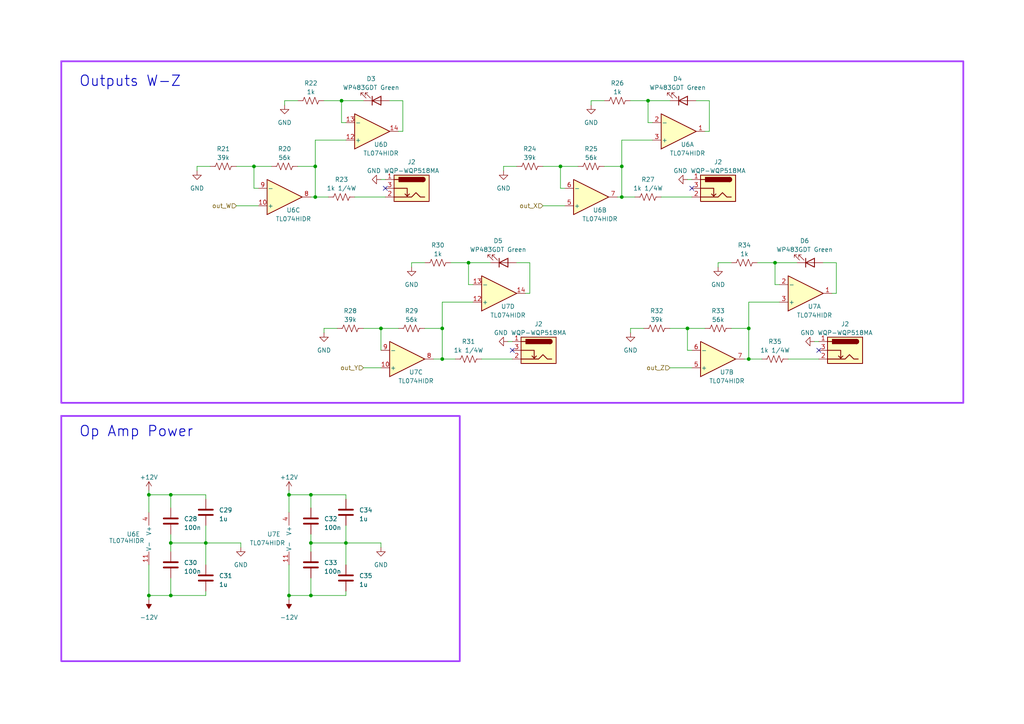
<source format=kicad_sch>
(kicad_sch (version 20230121) (generator eeschema)
  (paper "A4")
  (lib_symbols
    (symbol "Amplifier_Operational:TL074" (pin_names (offset 0.127))
      (property "Reference" "U" (at 0 5.08 0))
      (property "Value" "TL074" (at 0 -5.08 0))
      (symbol "TL074_1_1"
        (polyline (pts (xy -5.08 5.08) (xy 5.08 0) (xy -5.08 -5.08) (xy -5.08 5.08)) (stroke (width 0.254)) (fill (type background)))
        (pin output line (at 7.62 0 180) (length 2.54) (name "~") (number "1"))
        (pin input line (at -7.62 -2.54 0) (length 2.54) (name "-") (number "2"))
        (pin input line (at -7.62 2.54 0) (length 2.54) (name "+") (number "3"))
      )
      (symbol "TL074_2_1"
        (polyline (pts (xy -5.08 5.08) (xy 5.08 0) (xy -5.08 -5.08) (xy -5.08 5.08)) (stroke (width 0.254)) (fill (type background)))
        (pin input line (at -7.62 2.54 0) (length 2.54) (name "+") (number "5"))
        (pin input line (at -7.62 -2.54 0) (length 2.54) (name "-") (number "6"))
        (pin output line (at 7.62 0 180) (length 2.54) (name "~") (number "7"))
      )
      (symbol "TL074_3_1"
        (polyline (pts (xy -5.08 5.08) (xy 5.08 0) (xy -5.08 -5.08) (xy -5.08 5.08)) (stroke (width 0.254)) (fill (type background)))
        (pin input line (at -7.62 2.54 0) (length 2.54) (name "+") (number "10"))
        (pin output line (at 7.62 0 180) (length 2.54) (name "~") (number "8"))
        (pin input line (at -7.62 -2.54 0) (length 2.54) (name "-") (number "9"))
      )
      (symbol "TL074_4_1"
        (polyline (pts (xy -5.08 5.08) (xy 5.08 0) (xy -5.08 -5.08) (xy -5.08 5.08)) (stroke (width 0.254)) (fill (type background)))
        (pin input line (at -7.62 2.54 0) (length 2.54) (name "+") (number "12"))
        (pin input line (at -7.62 -2.54 0) (length 2.54) (name "-") (number "13"))
        (pin output line (at 7.62 0 180) (length 2.54) (name "~") (number "14"))
      )
      (symbol "TL074_5_1"
        (pin power_in line (at -2.54 -7.62 90) (length 3.81) (name "V-") (number "11"))
        (pin power_in line (at -2.54 7.62 270) (length 3.81) (name "V+") (number "4"))
      )
    )
    (symbol "Connector:Barrel_Jack_Switch" (pin_names hide)
      (property "Reference" "J" (at 0 5.334 0))
      (property "Value" "Barrel_Jack_Switch" (at 0 -5.08 0))
      (symbol "Barrel_Jack_Switch_0_1"
        (rectangle (start -5.08 3.81) (end 5.08 -3.81) (stroke (width 0.254)) (fill (type background)))
        (arc (start -3.302 3.175) (mid -3.9343 2.54) (end -3.302 1.905) (stroke (width 0.254)))
        (arc (start -3.302 3.175) (mid -3.9343 2.54) (end -3.302 1.905) (stroke (width 0.254)) (fill (type outline)))
        (polyline (pts (xy 1.27 -2.286) (xy 1.905 -1.651)) (stroke (width 0.254)))
        (polyline (pts (xy 5.08 2.54) (xy 3.81 2.54)) (stroke (width 0.254)))
        (polyline (pts (xy 5.08 0) (xy 1.27 0) (xy 1.27 -2.286) (xy 0.635 -1.651)) (stroke (width 0.254)))
        (polyline (pts (xy -3.81 -2.54) (xy -2.54 -2.54) (xy -1.27 -1.27) (xy 0 -2.54) (xy 2.54 -2.54) (xy 5.08 -2.54)) (stroke (width 0.254)))
        (rectangle (start 3.683 3.175) (end -3.302 1.905) (stroke (width 0.254)) (fill (type outline)))
      )
      (symbol "Barrel_Jack_Switch_1_1"
        (pin passive line (at 7.62 2.54 180) (length 2.54) (name "~") (number "1"))
        (pin passive line (at 7.62 -2.54 180) (length 2.54) (name "~") (number "2"))
        (pin passive line (at 7.62 0 180) (length 2.54) (name "~") (number "3"))
      )
    )
    (symbol "Device:C" (pin_numbers hide) (pin_names (offset 0.254))
      (property "Reference" "C" (at 0.635 2.54 0))
      (property "Value" "C" (at 0.635 -2.54 0))
      (symbol "C_0_1"
        (polyline (pts (xy -2.032 -0.762) (xy 2.032 -0.762)) (stroke (width 0.508)))
        (polyline (pts (xy -2.032 0.762) (xy 2.032 0.762)) (stroke (width 0.508)))
      )
      (symbol "C_1_1"
        (pin passive line (at 0 3.81 270) (length 2.794) (name "~") (number "1"))
        (pin passive line (at 0 -3.81 90) (length 2.794) (name "~") (number "2"))
      )
    )
    (symbol "Device:LED" (pin_numbers hide) (pin_names (offset 1.016) hide)
      (property "Reference" "D" (at 0 2.54 0))
      (property "Value" "LED" (at 0 -2.54 0))
      (symbol "LED_0_1"
        (polyline (pts (xy -1.27 -1.27) (xy -1.27 1.27)) (stroke (width 0.254)))
        (polyline (pts (xy -1.27 0) (xy 1.27 0)))
        (polyline (pts (xy 1.27 -1.27) (xy 1.27 1.27) (xy -1.27 0) (xy 1.27 -1.27)) (stroke (width 0.254)))
        (polyline (pts (xy -3.048 -0.762) (xy -4.572 -2.286) (xy -3.81 -2.286) (xy -4.572 -2.286) (xy -4.572 -1.524)))
        (polyline (pts (xy -1.778 -0.762) (xy -3.302 -2.286) (xy -2.54 -2.286) (xy -3.302 -2.286) (xy -3.302 -1.524)))
      )
      (symbol "LED_1_1"
        (pin passive line (at -3.81 0 0) (length 2.54) (name "K") (number "1"))
        (pin passive line (at 3.81 0 180) (length 2.54) (name "A") (number "2"))
      )
    )
    (symbol "Device:R_US" (pin_numbers hide) (pin_names (offset 0))
      (property "Reference" "R" (at 2.54 0 90))
      (property "Value" "R_US" (at -2.54 0 90))
      (symbol "R_US_0_1"
        (polyline (pts (xy 0 -2.286) (xy 0 -2.54)))
        (polyline (pts (xy 0 2.286) (xy 0 2.54)))
        (polyline (pts (xy 0 -0.762) (xy 1.016 -1.143) (xy 0 -1.524) (xy -1.016 -1.905) (xy 0 -2.286)))
        (polyline (pts (xy 0 0.762) (xy 1.016 0.381) (xy 0 0) (xy -1.016 -0.381) (xy 0 -0.762)))
        (polyline (pts (xy 0 2.286) (xy 1.016 1.905) (xy 0 1.524) (xy -1.016 1.143) (xy 0 0.762)))
      )
      (symbol "R_US_1_1"
        (pin passive line (at 0 3.81 270) (length 1.27) (name "~") (number "1"))
        (pin passive line (at 0 -3.81 90) (length 1.27) (name "~") (number "2"))
      )
    )
    (symbol "power:+12V" (power) (pin_names (offset 0))
      (property "Value" "+12V" (at 0 3.556 0))
      (symbol "+12V_0_1"
        (polyline (pts (xy -0.762 1.27) (xy 0 2.54)))
        (polyline (pts (xy 0 0) (xy 0 2.54)))
        (polyline (pts (xy 0 2.54) (xy 0.762 1.27)))
      )
      (symbol "+12V_1_1"
        (pin power_in line (at 0 0 90) (length 0) hide (name "+12V") (number "1"))
      )
    )
    (symbol "power:-12V" (power) (pin_names (offset 0))
      (property "Value" "-12V" (at 0 3.81 0))
      (symbol "-12V_0_0"
        (pin power_in line (at 0 0 90) (length 0) hide (name "-12V") (number "1"))
      )
      (symbol "-12V_0_1"
        (polyline (pts (xy 0 0) (xy 0 1.27) (xy 0.762 1.27) (xy 0 2.54) (xy -0.762 1.27) (xy 0 1.27)) (fill (type outline)))
      )
    )
    (symbol "power:GND" (power) (pin_names (offset 0))
      (property "Value" "GND" (at 0 -3.81 0))
      (symbol "GND_0_1"
        (polyline (pts (xy 0 0) (xy 0 -1.27) (xy 1.27 -1.27) (xy 0 -2.54) (xy -1.27 -1.27) (xy 0 -1.27)))
      )
      (symbol "GND_1_1"
        (pin power_in line (at 0 0 270) (length 0) hide (name "GND") (number "1"))
      )
    )
  )
  (junction (at 43.18 143.51))
  (junction (at 180.34 48.26))
  (junction (at 43.18 172.72))
  (junction (at 99.06 29.21))
  (junction (at 73.66 48.26))
  (junction (at 217.17 104.14))
  (junction (at 162.56 48.26))
  (junction (at 187.96 29.21))
  (junction (at 59.69 157.48))
  (junction (at 90.17 143.51))
  (junction (at 83.82 172.72))
  (junction (at 135.89 76.2))
  (junction (at 100.33 157.48))
  (junction (at 90.17 157.48))
  (junction (at 199.39 95.25))
  (junction (at 49.53 172.72))
  (junction (at 110.49 95.25))
  (junction (at 91.44 48.26))
  (junction (at 49.53 143.51))
  (junction (at 217.17 95.25))
  (junction (at 224.79 76.2))
  (junction (at 91.44 57.15))
  (junction (at 128.27 95.25))
  (junction (at 180.34 57.15))
  (junction (at 49.53 157.48))
  (junction (at 128.27 104.14))
  (junction (at 90.17 172.72))
  (junction (at 83.82 143.51))
  (no_connect (at 237.49 101.6))
  (no_connect (at 148.59 101.6))
  (no_connect (at 111.76 54.61))
  (no_connect (at 200.66 54.61))
  (wire (pts (xy 242.57 76.2) (xy 238.76 76.2)))
  (wire (pts (xy 199.39 95.25) (xy 204.47 95.25)))
  (wire (pts (xy 217.17 87.63) (xy 217.17 95.25)))
  (wire (pts (xy 93.98 96.52) (xy 93.98 95.25)))
  (wire (pts (xy 91.44 57.15) (xy 95.25 57.15)))
  (wire (pts (xy 157.48 59.69) (xy 163.83 59.69)))
  (wire (pts (xy 194.31 106.68) (xy 200.66 106.68)))
  (wire (pts (xy 204.47 38.1) (xy 205.74 38.1)))
  (wire (pts (xy 100.33 143.51) (xy 100.33 144.78)))
  (wire (pts (xy 102.87 57.15) (xy 111.76 57.15)))
  (wire (pts (xy 182.88 29.21) (xy 187.96 29.21)))
  (wire (pts (xy 105.41 29.21) (xy 99.06 29.21)))
  (wire (pts (xy 187.96 35.56) (xy 189.23 35.56)))
  (wire (pts (xy 187.96 29.21) (xy 187.96 35.56)))
  (wire (pts (xy 147.32 99.06) (xy 148.59 99.06)))
  (wire (pts (xy 49.53 157.48) (xy 49.53 160.02)))
  (wire (pts (xy 90.17 143.51) (xy 83.82 143.51)))
  (wire (pts (xy 200.66 101.6) (xy 199.39 101.6)))
  (wire (pts (xy 105.41 95.25) (xy 110.49 95.25)))
  (wire (pts (xy 171.45 30.48) (xy 171.45 29.21)))
  (wire (pts (xy 93.98 29.21) (xy 99.06 29.21)))
  (wire (pts (xy 236.22 99.06) (xy 237.49 99.06)))
  (wire (pts (xy 217.17 104.14) (xy 220.98 104.14)))
  (wire (pts (xy 68.58 48.26) (xy 73.66 48.26)))
  (wire (pts (xy 128.27 95.25) (xy 128.27 104.14)))
  (wire (pts (xy 90.17 143.51) (xy 90.17 147.32)))
  (wire (pts (xy 116.84 38.1) (xy 116.84 29.21)))
  (wire (pts (xy 105.41 106.68) (xy 110.49 106.68)))
  (wire (pts (xy 74.93 54.61) (xy 73.66 54.61)))
  (wire (pts (xy 217.17 104.14) (xy 215.9 104.14)))
  (wire (pts (xy 99.06 29.21) (xy 99.06 35.56)))
  (wire (pts (xy 86.36 48.26) (xy 91.44 48.26)))
  (wire (pts (xy 99.06 35.56) (xy 100.33 35.56)))
  (wire (pts (xy 212.09 95.25) (xy 217.17 95.25)))
  (wire (pts (xy 217.17 95.25) (xy 217.17 104.14)))
  (wire (pts (xy 189.23 40.64) (xy 180.34 40.64)))
  (wire (pts (xy 91.44 40.64) (xy 91.44 48.26)))
  (wire (pts (xy 135.89 76.2) (xy 135.89 82.55)))
  (wire (pts (xy 83.82 172.72) (xy 83.82 173.99)))
  (wire (pts (xy 83.82 143.51) (xy 83.82 148.59)))
  (wire (pts (xy 123.19 95.25) (xy 128.27 95.25)))
  (wire (pts (xy 171.45 29.21) (xy 175.26 29.21)))
  (wire (pts (xy 146.05 49.53) (xy 146.05 48.26)))
  (wire (pts (xy 180.34 40.64) (xy 180.34 48.26)))
  (wire (pts (xy 119.38 76.2) (xy 123.19 76.2)))
  (wire (pts (xy 152.4 85.09) (xy 153.67 85.09)))
  (wire (pts (xy 142.24 76.2) (xy 135.89 76.2)))
  (wire (pts (xy 91.44 57.15) (xy 90.17 57.15)))
  (wire (pts (xy 128.27 104.14) (xy 132.08 104.14)))
  (wire (pts (xy 82.55 29.21) (xy 86.36 29.21)))
  (wire (pts (xy 199.39 101.6) (xy 199.39 95.25)))
  (wire (pts (xy 205.74 29.21) (xy 201.93 29.21)))
  (wire (pts (xy 241.3 85.09) (xy 242.57 85.09)))
  (wire (pts (xy 153.67 85.09) (xy 153.67 76.2)))
  (wire (pts (xy 93.98 95.25) (xy 97.79 95.25)))
  (wire (pts (xy 43.18 143.51) (xy 43.18 148.59)))
  (wire (pts (xy 128.27 87.63) (xy 128.27 95.25)))
  (wire (pts (xy 57.15 48.26) (xy 60.96 48.26)))
  (wire (pts (xy 224.79 82.55) (xy 226.06 82.55)))
  (wire (pts (xy 191.77 57.15) (xy 200.66 57.15)))
  (wire (pts (xy 49.53 172.72) (xy 43.18 172.72)))
  (wire (pts (xy 208.28 77.47) (xy 208.28 76.2)))
  (wire (pts (xy 224.79 76.2) (xy 224.79 82.55)))
  (wire (pts (xy 226.06 87.63) (xy 217.17 87.63)))
  (wire (pts (xy 119.38 77.47) (xy 119.38 76.2)))
  (wire (pts (xy 180.34 57.15) (xy 179.07 57.15)))
  (wire (pts (xy 43.18 142.24) (xy 43.18 143.51)))
  (wire (pts (xy 59.69 172.72) (xy 49.53 172.72)))
  (wire (pts (xy 157.48 48.26) (xy 162.56 48.26)))
  (wire (pts (xy 194.31 95.25) (xy 199.39 95.25)))
  (wire (pts (xy 43.18 172.72) (xy 43.18 173.99)))
  (wire (pts (xy 43.18 163.83) (xy 43.18 172.72)))
  (wire (pts (xy 175.26 48.26) (xy 180.34 48.26)))
  (wire (pts (xy 115.57 38.1) (xy 116.84 38.1)))
  (wire (pts (xy 110.49 101.6) (xy 110.49 95.25)))
  (wire (pts (xy 73.66 48.26) (xy 78.74 48.26)))
  (wire (pts (xy 59.69 143.51) (xy 59.69 144.78)))
  (wire (pts (xy 130.81 76.2) (xy 135.89 76.2)))
  (wire (pts (xy 100.33 157.48) (xy 90.17 157.48)))
  (wire (pts (xy 180.34 57.15) (xy 184.15 57.15)))
  (wire (pts (xy 90.17 167.64) (xy 90.17 172.72)))
  (wire (pts (xy 73.66 54.61) (xy 73.66 48.26)))
  (wire (pts (xy 49.53 143.51) (xy 49.53 147.32)))
  (wire (pts (xy 135.89 82.55) (xy 137.16 82.55)))
  (wire (pts (xy 199.39 52.07) (xy 200.66 52.07)))
  (wire (pts (xy 82.55 30.48) (xy 82.55 29.21)))
  (wire (pts (xy 128.27 104.14) (xy 125.73 104.14)))
  (wire (pts (xy 163.83 54.61) (xy 162.56 54.61)))
  (wire (pts (xy 90.17 157.48) (xy 90.17 160.02)))
  (wire (pts (xy 110.49 157.48) (xy 100.33 157.48)))
  (wire (pts (xy 180.34 48.26) (xy 180.34 57.15)))
  (wire (pts (xy 100.33 143.51) (xy 90.17 143.51)))
  (wire (pts (xy 242.57 85.09) (xy 242.57 76.2)))
  (wire (pts (xy 110.49 95.25) (xy 115.57 95.25)))
  (wire (pts (xy 162.56 48.26) (xy 167.64 48.26)))
  (wire (pts (xy 205.74 38.1) (xy 205.74 29.21)))
  (wire (pts (xy 162.56 54.61) (xy 162.56 48.26)))
  (wire (pts (xy 100.33 171.45) (xy 100.33 172.72)))
  (wire (pts (xy 59.69 157.48) (xy 49.53 157.48)))
  (wire (pts (xy 100.33 40.64) (xy 91.44 40.64)))
  (wire (pts (xy 69.85 158.75) (xy 69.85 157.48)))
  (wire (pts (xy 110.49 158.75) (xy 110.49 157.48)))
  (wire (pts (xy 91.44 48.26) (xy 91.44 57.15)))
  (wire (pts (xy 68.58 59.69) (xy 74.93 59.69)))
  (wire (pts (xy 59.69 157.48) (xy 59.69 163.83)))
  (wire (pts (xy 59.69 143.51) (xy 49.53 143.51)))
  (wire (pts (xy 137.16 87.63) (xy 128.27 87.63)))
  (wire (pts (xy 208.28 76.2) (xy 212.09 76.2)))
  (wire (pts (xy 182.88 95.25) (xy 186.69 95.25)))
  (wire (pts (xy 139.7 104.14) (xy 148.59 104.14)))
  (wire (pts (xy 116.84 29.21) (xy 113.03 29.21)))
  (wire (pts (xy 231.14 76.2) (xy 224.79 76.2)))
  (wire (pts (xy 90.17 154.94) (xy 90.17 157.48)))
  (wire (pts (xy 100.33 157.48) (xy 100.33 163.83)))
  (wire (pts (xy 59.69 152.4) (xy 59.69 157.48)))
  (wire (pts (xy 100.33 152.4) (xy 100.33 157.48)))
  (wire (pts (xy 182.88 96.52) (xy 182.88 95.25)))
  (wire (pts (xy 153.67 76.2) (xy 149.86 76.2)))
  (wire (pts (xy 49.53 143.51) (xy 43.18 143.51)))
  (wire (pts (xy 59.69 171.45) (xy 59.69 172.72)))
  (wire (pts (xy 228.6 104.14) (xy 237.49 104.14)))
  (wire (pts (xy 90.17 172.72) (xy 83.82 172.72)))
  (wire (pts (xy 110.49 52.07) (xy 111.76 52.07)))
  (wire (pts (xy 194.31 29.21) (xy 187.96 29.21)))
  (wire (pts (xy 49.53 154.94) (xy 49.53 157.48)))
  (wire (pts (xy 69.85 157.48) (xy 59.69 157.48)))
  (wire (pts (xy 83.82 163.83) (xy 83.82 172.72)))
  (wire (pts (xy 49.53 167.64) (xy 49.53 172.72)))
  (wire (pts (xy 219.71 76.2) (xy 224.79 76.2)))
  (wire (pts (xy 57.15 49.53) (xy 57.15 48.26)))
  (wire (pts (xy 146.05 48.26) (xy 149.86 48.26)))
  (wire (pts (xy 100.33 172.72) (xy 90.17 172.72)))
  (wire (pts (xy 83.82 142.24) (xy 83.82 143.51)))
  (rectangle (start 17.78 120.65) (end 133.35 191.77) (stroke (width 0.5) (color 160 58 255 1)))
  (rectangle (start 17.78 17.78) (end 279.4 116.84) (stroke (width 0.5) (color 160 58 255 1)))
  (text "Op Amp Power" (at 22.86 127 0) (effects (font (size 3 3) (thickness 0.254) bold) (justify left bottom)))
  (text "Outputs W-Z" (at 22.86 25.4 0) (effects (font (size 3 3) (thickness 0.254) bold) (justify left bottom)))
  (hierarchical_label "out_X" (shape input) (at 157.48 59.69 180))
  (hierarchical_label "out_Y" (shape input) (at 105.41 106.68 180))
  (hierarchical_label "out_Z" (shape input) (at 194.31 106.68 180))
  (hierarchical_label "out_W" (shape input) (at 68.58 59.69 180))
  (symbol (lib_id "Connector:Barrel_Jack_Switch") (at 119.38 54.61 0) (mirror y) (unit 1)
    (property "Reference" "J2" (at 119.38 46.99 0))
    (property "Value" "WQP-WQP518MA" (at 119.38 49.53 0))
    (property "Footprint" "GateDrFootprintLibrary:AudioJack_WQP518MA" (effects hide))
    (instances (project "gateDr_mainboard" (path "" (reference "J2") (unit 1)) (path "" (reference "J8") (unit 1))))
  )
  (symbol (lib_id "Amplifier_Operational:TL074") (at 196.85 38.1 0) (mirror x) (unit 1)
    (property "Reference" "U6" (at 199.39 41.91 0))
    (property "Value" "TL074HIDR" (at 199.39 44.45 0))
    (property "Footprint" "Package_SO:SOIC-14_3.9x8.7mm_P1.27mm" (effects hide))
    (property "Datasheet" "http://www.ti.com/lit/ds/symlink/tl071.pdf" (effects hide))
  )
  (symbol (lib_id "Amplifier_Operational:TL074") (at 82.55 57.15 0) (mirror x) (unit 3)
    (property "Reference" "U6" (at 85.09 60.96 0))
    (property "Value" "TL074HIDR" (at 85.09 63.5 0))
    (property "Footprint" "Package_SO:SOIC-14_3.9x8.7mm_P1.27mm" (effects hide))
    (property "Datasheet" "http://www.ti.com/lit/ds/symlink/tl071.pdf" (effects hide))
  )
  (symbol (lib_id "power:GND") (at 93.98 96.52 0) (unit 1)
    (property "Reference" "#PWR044" (effects hide))
    (property "Value" "GND" (at 93.98 101.6 0))
  )
  (symbol (lib_id "power:GND") (at 236.22 99.06 270) (unit 1)
    (property "Reference" "#PWR049" (effects hide))
    (property "Value" "GND" (at 236.22 96.52 90) (effects (justify right)))
  )
  (symbol (lib_id "Device:R_US") (at 153.67 48.26 90) (unit 1)
    (property "Reference" "R24" (at 153.67 43.18 90))
    (property "Value" "39k" (at 153.67 45.72 90))
    (property "Footprint" "Resistor_SMD:R_0402_1005Metric" (effects hide))
    (property "Mouser Part No." "CRCW040239K0FKED" (effects hide))
  )
  (symbol (lib_id "power:+12V") (at 83.82 142.24 0) (unit 1)
    (property "Reference" "#PWR053" (effects hide))
    (property "Value" "+12V" (at 83.82 138.43 0))
  )
  (symbol (lib_id "Device:R_US") (at 179.07 29.21 90) (unit 1)
    (property "Reference" "R26" (at 179.07 24.13 90))
    (property "Value" "1k" (at 179.07 26.67 90))
    (property "Footprint" "Resistor_SMD:R_0402_1005Metric" (effects hide))
    (property "Mouser Part No." "CRCW04021K00FKED" (effects hide))
  )
  (symbol (lib_id "Amplifier_Operational:TL074") (at 144.78 85.09 0) (mirror x) (unit 4)
    (property "Reference" "U7" (at 147.32 88.9 0))
    (property "Value" "TL074HIDR" (at 147.32 91.44 0))
    (property "Footprint" "Package_SO:SOIC-14_3.9x8.7mm_P1.27mm" (effects hide))
    (property "Datasheet" "http://www.ti.com/lit/ds/symlink/tl071.pdf" (effects hide))
  )
  (symbol (lib_id "power:GND") (at 147.32 99.06 270) (unit 1)
    (property "Reference" "#PWR046" (effects hide))
    (property "Value" "GND" (at 147.32 96.52 90) (effects (justify right)))
  )
  (symbol (lib_id "Device:LED") (at 198.12 29.21 0) (mirror x) (unit 1)
    (property "Reference" "D4" (at 196.5325 22.86 0))
    (property "Value" "WP483GDT Green" (at 196.5325 25.4 0))
    (property "Footprint" "LED_THT:LED_D5.0mm_FlatTop" (effects hide))
  )
  (symbol (lib_id "Amplifier_Operational:TL074") (at 233.68 85.09 0) (mirror x) (unit 1)
    (property "Reference" "U7" (at 236.22 88.9 0))
    (property "Value" "TL074HIDR" (at 236.22 91.44 0))
    (property "Footprint" "Package_SO:SOIC-14_3.9x8.7mm_P1.27mm" (effects hide))
    (property "Datasheet" "http://www.ti.com/lit/ds/symlink/tl071.pdf" (effects hide))
  )
  (symbol (lib_id "Amplifier_Operational:TL074") (at 208.28 104.14 0) (mirror x) (unit 2)
    (property "Reference" "U7" (at 210.82 107.95 0))
    (property "Value" "TL074HIDR" (at 210.82 110.49 0))
    (property "Footprint" "Package_SO:SOIC-14_3.9x8.7mm_P1.27mm" (effects hide))
    (property "Datasheet" "http://www.ti.com/lit/ds/symlink/tl071.pdf" (effects hide))
  )
  (symbol (lib_id "Device:LED") (at 146.05 76.2 0) (mirror x) (unit 1)
    (property "Reference" "D5" (at 144.4625 69.85 0))
    (property "Value" "WP483GDT Green" (at 144.4625 72.39 0))
    (property "Footprint" "LED_THT:LED_D5.0mm_FlatTop" (effects hide))
  )
  (symbol (lib_id "Device:R_US") (at 82.55 48.26 90) (unit 1)
    (property "Reference" "R20" (at 82.55 43.18 90))
    (property "Value" "56k" (at 82.55 45.72 90))
    (property "Footprint" "Resistor_SMD:R_0402_1005Metric" (effects hide))
    (property "Mouser Part No." "CRCW040256K0FKED" (effects hide))
  )
  (symbol (lib_id "Device:R_US") (at 64.77 48.26 90) (unit 1)
    (property "Reference" "R21" (at 64.77 43.18 90))
    (property "Value" "39k" (at 64.77 45.72 90))
    (property "Footprint" "Resistor_SMD:R_0402_1005Metric" (effects hide))
    (property "Mouser Part No." "CRCW040239K0FKED" (effects hide))
  )
  (symbol (lib_id "Device:R_US") (at 208.28 95.25 90) (unit 1)
    (property "Reference" "R33" (at 208.28 90.17 90))
    (property "Value" "56k" (at 208.28 92.71 90))
    (property "Footprint" "Resistor_SMD:R_0402_1005Metric" (effects hide))
    (property "Mouser Part No." "CRCW040256K0FKED" (effects hide))
  )
  (symbol (lib_id "Amplifier_Operational:TL074") (at 45.72 156.21 0) (unit 5)
    (property "Reference" "U6" (at 40.64 154.94 0) (effects (justify right)))
    (property "Value" "TL074HIDR" (at 41.91 156.845 0) (effects (justify right)))
    (property "Footprint" "Package_SO:SOIC-14_3.9x8.7mm_P1.27mm" (effects hide))
    (property "Datasheet" "http://www.ti.com/lit/ds/symlink/tl071.pdf" (effects hide))
  )
  (symbol (lib_id "Device:R_US") (at 190.5 95.25 90) (unit 1)
    (property "Reference" "R32" (at 190.5 90.17 90))
    (property "Value" "39k" (at 190.5 92.71 90))
    (property "Footprint" "Resistor_SMD:R_0402_1005Metric" (effects hide))
    (property "Mouser Part No." "CRCW040239K0FKED" (effects hide))
  )
  (symbol (lib_id "power:GND") (at 146.05 49.53 0) (unit 1)
    (property "Reference" "#PWR041" (effects hide))
    (property "Value" "GND" (at 146.05 54.61 0))
  )
  (symbol (lib_id "power:GND") (at 208.28 77.47 0) (unit 1)
    (property "Reference" "#PWR048" (effects hide))
    (property "Value" "GND" (at 208.28 82.55 0))
  )
  (symbol (lib_id "power:+12V") (at 43.18 142.24 0) (unit 1)
    (property "Reference" "#PWR051" (effects hide))
    (property "Value" "+12V" (at 43.18 138.43 0))
  )
  (symbol (lib_id "Device:R_US") (at 99.06 57.15 90) (unit 1)
    (property "Reference" "R23" (at 99.06 52.07 90))
    (property "Value" "1k 1/4W" (at 99.06 54.61 90))
    (property "Footprint" "Resistor_SMD:R_0805_2012Metric" (effects hide))
    (property "Mouser Part No." "RCC08051K00FKEA" (effects hide))
  )
  (symbol (lib_id "Device:R_US") (at 224.79 104.14 90) (unit 1)
    (property "Reference" "R35" (at 224.79 99.06 90))
    (property "Value" "1k 1/4W" (at 224.79 101.6 90))
    (property "Footprint" "Resistor_SMD:R_0805_2012Metric" (effects hide))
    (property "Mouser Part No." "RCC08051K00FKEA" (effects hide))
  )
  (symbol (lib_id "Device:R_US") (at 101.6 95.25 90) (unit 1)
    (property "Reference" "R28" (at 101.6 90.17 90))
    (property "Value" "39k" (at 101.6 92.71 90))
    (property "Footprint" "Resistor_SMD:R_0402_1005Metric" (effects hide))
    (property "Mouser Part No." "CRCW040239K0FKED" (effects hide))
  )
  (symbol (lib_id "Device:C") (at 100.33 148.59 0) (unit 1)
    (property "Reference" "C34" (at 104.14 147.955 0) (effects (justify left)))
    (property "Value" "1u" (at 104.14 150.495 0) (effects (justify left)))
    (property "Footprint" "Capacitor_SMD:C_0603_1608Metric" (effects hide))
    (property "Mouser Part No." "GCM188R71E105KA64D" (effects hide))
  )
  (symbol (lib_id "power:GND") (at 82.55 30.48 0) (unit 1)
    (property "Reference" "#PWR038" (effects hide))
    (property "Value" "GND" (at 82.55 35.56 0))
  )
  (symbol (lib_id "Amplifier_Operational:TL074") (at 107.95 38.1 0) (mirror x) (unit 4)
    (property "Reference" "U6" (at 110.49 41.91 0))
    (property "Value" "TL074HIDR" (at 110.49 44.45 0))
    (property "Footprint" "Package_SO:SOIC-14_3.9x8.7mm_P1.27mm" (effects hide))
    (property "Datasheet" "http://www.ti.com/lit/ds/symlink/tl071.pdf" (effects hide))
  )
  (symbol (lib_id "power:GND") (at 119.38 77.47 0) (unit 1)
    (property "Reference" "#PWR045" (effects hide))
    (property "Value" "GND" (at 119.38 82.55 0))
  )
  (symbol (lib_id "Amplifier_Operational:TL074") (at 171.45 57.15 0) (mirror x) (unit 2)
    (property "Reference" "U6" (at 173.99 60.96 0))
    (property "Value" "TL074HIDR" (at 173.99 63.5 0))
    (property "Footprint" "Package_SO:SOIC-14_3.9x8.7mm_P1.27mm" (effects hide))
    (property "Datasheet" "http://www.ti.com/lit/ds/symlink/tl071.pdf" (effects hide))
  )
  (symbol (lib_id "Device:C") (at 49.53 163.83 0) (unit 1)
    (property "Reference" "C30" (at 53.34 163.195 0) (effects (justify left)))
    (property "Value" "100n" (at 53.34 165.735 0) (effects (justify left)))
    (property "Footprint" "Capacitor_SMD:C_0402_1005Metric" (effects hide))
    (property "Mouser Part No." "GRM155R71H104KE14J " (effects hide))
  )
  (symbol (lib_id "Device:C") (at 59.69 148.59 0) (unit 1)
    (property "Reference" "C29" (at 63.5 147.955 0) (effects (justify left)))
    (property "Value" "1u" (at 63.5 150.495 0) (effects (justify left)))
    (property "Footprint" "Capacitor_SMD:C_0603_1608Metric" (effects hide))
    (property "Mouser Part No." "GCM188R71E105KA64D" (effects hide))
  )
  (symbol (lib_id "Device:R_US") (at 215.9 76.2 90) (unit 1)
    (property "Reference" "R34" (at 215.9 71.12 90))
    (property "Value" "1k" (at 215.9 73.66 90))
    (property "Footprint" "Resistor_SMD:R_0402_1005Metric" (effects hide))
    (property "Mouser Part  No." "CRCW04021K00FKED" (effects hide))
  )
  (symbol (lib_id "power:GND") (at 110.49 158.75 0) (unit 1)
    (property "Reference" "#PWR055" (effects hide))
    (property "Value" "GND" (at 110.49 163.83 0))
  )
  (symbol (lib_id "Connector:Barrel_Jack_Switch") (at 245.11 101.6 0) (mirror y) (unit 1)
    (property "Reference" "J2" (at 245.11 93.98 0))
    (property "Value" "WQP-WQP518MA" (at 245.11 96.52 0))
    (property "Footprint" "GateDrFootprintLibrary:AudioJack_WQP518MA" (effects hide))
    (instances (project "gateDr_mainboard" (path "" (reference "J2") (unit 1)) (path "" (reference "J11") (unit 1))))
  )
  (symbol (lib_id "power:-12V") (at 43.18 173.99 0) (mirror x) (unit 1)
    (property "Reference" "#PWR052" (effects hide))
    (property "Value" "-12V" (at 43.18 179.07 0))
  )
  (symbol (lib_id "Connector:Barrel_Jack_Switch") (at 156.21 101.6 0) (mirror y) (unit 1)
    (property "Reference" "J2" (at 156.21 93.98 0))
    (property "Value" "WQP-WQP518MA" (at 156.21 96.52 0))
    (property "Footprint" "GateDrFootprintLibrary:AudioJack_WQP518MA" (effects hide))
    (instances (project "gateDr_mainboard" (path "" (reference "J2") (unit 1)) (path "" (reference "J10") (unit 1))))
  )
  (symbol (lib_id "power:GND") (at 57.15 49.53 0) (unit 1)
    (property "Reference" "#PWR039" (effects hide))
    (property "Value" "GND" (at 57.15 54.61 0))
  )
  (symbol (lib_id "Device:C") (at 90.17 151.13 0) (unit 1)
    (property "Reference" "C32" (at 93.98 150.495 0) (effects (justify left)))
    (property "Value" "100n" (at 93.98 153.035 0) (effects (justify left)))
    (property "Footprint" "Capacitor_SMD:C_0402_1005Metric" (effects hide))
    (property "Mouser Part No." "GRM155R71H104KE14J " (effects hide))
  )
  (symbol (lib_id "Device:C") (at 59.69 167.64 0) (unit 1)
    (property "Reference" "C31" (at 63.5 167.005 0) (effects (justify left)))
    (property "Value" "1u" (at 63.5 169.545 0) (effects (justify left)))
    (property "Footprint" "Capacitor_SMD:C_0603_1608Metric" (effects hide))
    (property "Mouser Part No." "GCM188R71E105KA64D" (effects hide))
  )
  (symbol (lib_id "power:GND") (at 182.88 96.52 0) (unit 1)
    (property "Reference" "#PWR047" (effects hide))
    (property "Value" "GND" (at 182.88 101.6 0))
  )
  (symbol (lib_id "Device:LED") (at 109.22 29.21 0) (mirror x) (unit 1)
    (property "Reference" "D3" (at 107.6325 22.86 0))
    (property "Value" "WP483GDT Green" (at 107.6325 25.4 0))
    (property "Footprint" "LED_THT:LED_D5.0mm_FlatTop" (effects hide))
  )
  (symbol (lib_id "Device:R_US") (at 171.45 48.26 90) (unit 1)
    (property "Reference" "R25" (at 171.45 43.18 90))
    (property "Value" "56k" (at 171.45 45.72 90))
    (property "Footprint" "Resistor_SMD:R_0402_1005Metric" (effects hide))
    (property "Mouser Part No." "CRCW040256K0FKED" (effects hide))
  )
  (symbol (lib_id "Device:R_US") (at 187.96 57.15 90) (unit 1)
    (property "Reference" "R27" (at 187.96 52.07 90))
    (property "Value" "1k 1/4W" (at 187.96 54.61 90))
    (property "Footprint" "Resistor_SMD:R_0805_2012Metric" (effects hide))
    (property "Mouser Part No." "RCC08051K00FKEA" (effects hide))
  )
  (symbol (lib_id "power:GND") (at 171.45 30.48 0) (unit 1)
    (property "Reference" "#PWR042" (effects hide))
    (property "Value" "GND" (at 171.45 35.56 0))
  )
  (symbol (lib_id "Device:C") (at 49.53 151.13 0) (unit 1)
    (property "Reference" "C28" (at 53.34 150.495 0) (effects (justify left)))
    (property "Value" "100n" (at 53.34 153.035 0) (effects (justify left)))
    (property "Footprint" "Capacitor_SMD:C_0402_1005Metric" (effects hide))
    (property "Mouser Part No." "GRM155R71H104KE14J " (effects hide))
  )
  (symbol (lib_id "power:-12V") (at 83.82 173.99 0) (mirror x) (unit 1)
    (property "Reference" "#PWR054" (effects hide))
    (property "Value" "-12V" (at 83.82 179.07 0))
  )
  (symbol (lib_id "Device:R_US") (at 127 76.2 90) (unit 1)
    (property "Reference" "R30" (at 127 71.12 90))
    (property "Value" "1k" (at 127 73.66 90))
    (property "Footprint" "Resistor_SMD:R_0402_1005Metric" (effects hide))
    (property "Mouser Part No." "CRCW04021K00FKED" (effects hide))
  )
  (symbol (lib_id "Device:LED") (at 234.95 76.2 0) (mirror x) (unit 1)
    (property "Reference" "D6" (at 233.3625 69.85 0))
    (property "Value" "WP483GDT Green" (at 233.3625 72.39 0))
    (property "Footprint" "LED_THT:LED_D5.0mm_FlatTop" (effects hide))
  )
  (symbol (lib_id "Device:R_US") (at 135.89 104.14 90) (unit 1)
    (property "Reference" "R31" (at 135.89 99.06 90))
    (property "Value" "1k 1/4W" (at 135.89 101.6 90))
    (property "Footprint" "Resistor_SMD:R_0805_2012Metric" (effects hide))
    (property "Mouser Part No." "RCC08051K00FKEA" (effects hide))
  )
  (symbol (lib_id "Connector:Barrel_Jack_Switch") (at 208.28 54.61 0) (mirror y) (unit 1)
    (property "Reference" "J2" (at 208.28 46.99 0))
    (property "Value" "WQP-WQP518MA" (at 208.28 49.53 0))
    (property "Footprint" "GateDrFootprintLibrary:AudioJack_WQP518MA" (effects hide))
    (instances (project "gateDr_mainboard" (path "" (reference "J2") (unit 1)) (path "" (reference "J9") (unit 1))))
  )
  (symbol (lib_id "Device:R_US") (at 90.17 29.21 90) (unit 1)
    (property "Reference" "R22" (at 90.17 24.13 90))
    (property "Value" "1k" (at 90.17 26.67 90))
    (property "Footprint" "Resistor_SMD:R_0402_1005Metric" (effects hide))
    (property "Mouser Part No." "CRCW04021K00FKED" (effects hide))
  )
  (symbol (lib_id "power:GND") (at 199.39 52.07 270) (unit 1)
    (property "Reference" "#PWR043" (effects hide))
    (property "Value" "GND" (at 199.39 49.53 90) (effects (justify right)))
  )
  (symbol (lib_id "Device:C") (at 100.33 167.64 0) (unit 1)
    (property "Reference" "C35" (at 104.14 167.005 0) (effects (justify left)))
    (property "Value" "1u" (at 104.14 169.545 0) (effects (justify left)))
    (property "Footprint" "Capacitor_SMD:C_0603_1608Metric" (effects hide))
    (property "Mouser Part No." "GCM188R71E105KA64D" (effects hide))
  )
  (symbol (lib_id "Amplifier_Operational:TL074") (at 86.36 156.21 0) (unit 5)
    (property "Reference" "U7" (at 77.47 154.94 0) (effects (justify left)))
    (property "Value" "TL074HIDR" (at 72.39 157.48 0) (effects (justify left)))
    (property "Footprint" "Package_SO:SOIC-14_3.9x8.7mm_P1.27mm" (effects hide))
    (property "Datasheet" "http://www.ti.com/lit/ds/symlink/tl071.pdf" (effects hide))
  )
  (symbol (lib_id "power:GND") (at 69.85 158.75 0) (unit 1)
    (property "Reference" "#PWR050" (effects hide))
    (property "Value" "GND" (at 69.85 163.83 0))
  )
  (symbol (lib_id "Amplifier_Operational:TL074") (at 118.11 104.14 0) (mirror x) (unit 3)
    (property "Reference" "U7" (at 120.65 107.95 0))
    (property "Value" "TL074HIDR" (at 120.65 110.49 0))
    (property "Footprint" "Package_SO:SOIC-14_3.9x8.7mm_P1.27mm" (effects hide))
    (property "Datasheet" "http://www.ti.com/lit/ds/symlink/tl071.pdf" (effects hide))
  )
  (symbol (lib_id "power:GND") (at 110.49 52.07 270) (unit 1)
    (property "Reference" "#PWR040" (effects hide))
    (property "Value" "GND" (at 110.49 49.53 90) (effects (justify right)))
  )
  (symbol (lib_id "Device:C") (at 90.17 163.83 0) (unit 1)
    (property "Reference" "C33" (at 93.98 163.195 0) (effects (justify left)))
    (property "Value" "100n" (at 93.98 165.735 0) (effects (justify left)))
    (property "Footprint" "Capacitor_SMD:C_0402_1005Metric" (effects hide))
    (property "Mouser Part No." "GRM155R71H104KE14J " (effects hide))
  )
  (symbol (lib_id "Device:R_US") (at 119.38 95.25 90) (unit 1)
    (property "Reference" "R29" (at 119.38 90.17 90))
    (property "Value" "56k" (at 119.38 92.71 90))
    (property "Footprint" "Resistor_SMD:R_0402_1005Metric" (effects hide))
    (property "Mouser Part No." "CRCW040256K0FKED" (effects hide))
  )
)
</source>
